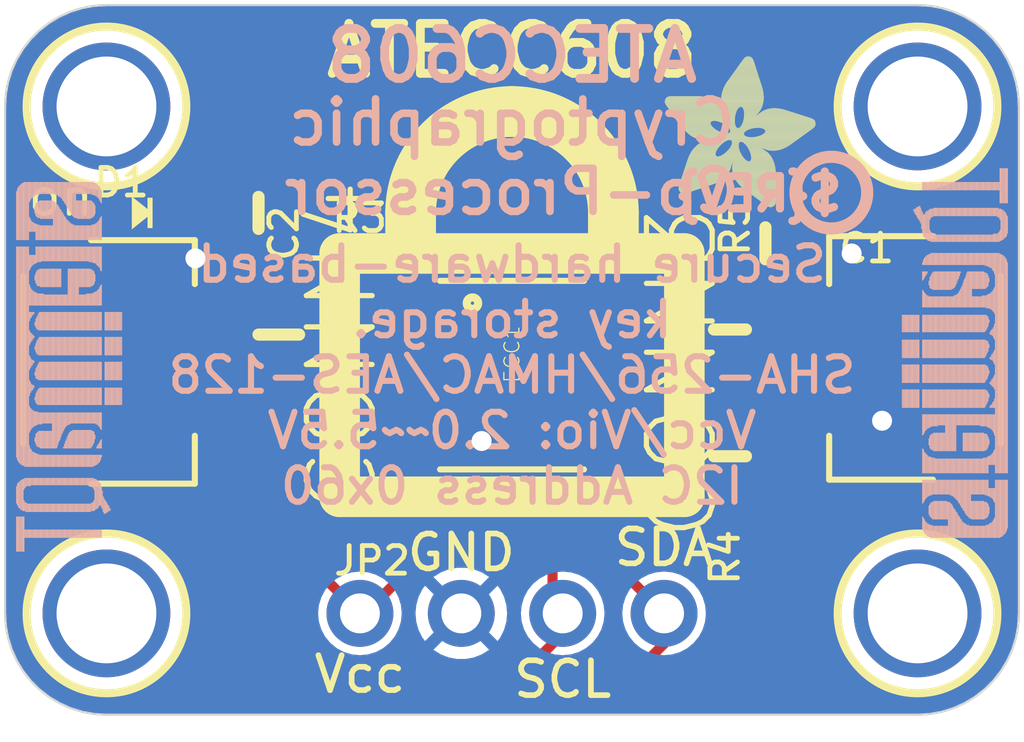
<source format=kicad_pcb>
(kicad_pcb (version 20221018) (generator pcbnew)
  (layers (0 "F.Cu" signal) (31 "B.Cu" signal) (34 "B.Paste" user) (35 "F.Paste" user) (36 "B.SilkS" user "B.Silkscreen") (37 "F.SilkS" user "F.Silkscreen") (38 "B.Mask" user) (39 "F.Mask" user) (44 "Edge.Cuts" user))
  (net 0 "")
  (net 1 "GND")
  (net 2 "SCL")
  (net 3 "SDA")
  (net 4 "VCC")
  (net 5 "N$1")
  (footprint "working:MOUNTINGHOLE_2.5_PLATED" (layer "F.Cu") (at 158.6611 98.6536)
    (fp_text reference "U$12" hide)
    (fp_text value "MOUNTINGHOLE2.5" hide)
    (pad "P$1" thru_hole circle (at 0 0) (size 3.2 3.2) (drill 2.5) (layers "*.Cu" "*.Mask"))
    (zone (net 0) (net_name "") (layer "B.Cu") (connect_pads (clearance 0)) (min_thickness 0.25)
      (keepout (tracks not_allowed) (vias not_allowed) (pads not_allowed) (copperpour not_allowed) (footprints allowed))
      (fill (thermal_gap 0.5) (thermal_bridge_width 0.5))
      (polygon (pts (xy 160.6771 98.6536) (xy 160.65748 98.373027) (xy 160.599004 98.097915) (xy 160.502808 97.833619) (xy 160.370765 97.585283) (xy 160.205446 97.35774) (xy 160.010067 97.15542) (xy 159.788433 96.98226) (xy 159.544856 96.841631) (xy 159.284078 96.73627) (xy 159.011175 96.668228) (xy 158.731457 96.638828) (xy 158.450371 96.648644) (xy 158.173385 96.697484) (xy 157.905893 96.784397) (xy 157.6531 96.907693) (xy 157.419926 97.06497) (xy 157.210911 97.253169) (xy 157.030122 97.468625) (xy 156.881078 97.707145) (xy 156.76668 97.964087) (xy 156.689154 98.23445) (xy 156.650011 98.512971) (xy 156.650011 98.794229) (xy 156.689154 99.07275) (xy 156.76668 99.343113) (xy 156.881078 99.600055) (xy 157.030122 99.838575) (xy 157.210911 100.054031) (xy 157.419926 100.24223) (xy 157.6531 100.399507) (xy 157.905893 100.522803) (xy 158.173385 100.609716) (xy 158.450371 100.658556) (xy 158.731457 100.668372) (xy 159.011175 100.638972) (xy 159.284078 100.57093) (xy 159.544856 100.465569) (xy 159.788433 100.32494) (xy 160.010067 100.15178) (xy 160.205446 99.94946) (xy 160.370765 99.721917) (xy 160.502808 99.473581) (xy 160.599004 99.209285) (xy 160.65748 98.934173)))
      (polygon (pts (xy 158.6451 98.6536) (xy 158.649786 98.664914) (xy 158.6611 98.6696) (xy 158.672414 98.664914) (xy 158.6771 98.6536) (xy 158.672414 98.642286) (xy 158.6611 98.6376) (xy 158.649786 98.642286)))
    )
  )
  (footprint "working:1X04_ROUND" (layer "F.Cu") (at 148.5011 111.3536)
    (fp_text reference "JP2" (at -4.5212 -1.3208) (layer "F.SilkS") (effects (font (size 0.692831 0.692831) (thickness 0.119969)) (justify left)))
    (fp_text value "")
    (pad "1" thru_hole circle (at -3.81 0 90) (size 1.6764 1.6764) (drill 1) (layers "*.Cu" "*.Mask") (net 4 "VCC"))
    (pad "2" thru_hole circle (at -1.27 0 90) (size 1.6764 1.6764) (drill 1) (layers "*.Cu" "*.Mask") (net 1 "GND"))
    (pad "3" thru_hole circle (at 1.27 0 90) (size 1.6764 1.6764) (drill 1) (layers "*.Cu" "*.Mask") (net 2 "SCL"))
    (pad "4" thru_hole circle (at 3.81 0 90) (size 1.6764 1.6764) (drill 1) (layers "*.Cu" "*.Mask") (net 3 "SDA"))
  )
  (footprint "working:ADAFRUIT_3.5MM" (layer "F.Cu") (at 152.3111 101.1936)
    (fp_text reference "U$17" hide)
    (fp_text value "" hide)
  )
  (footprint "working:FIDUCIAL_1MM" (layer "F.Cu") (at 154.8511 110.2995)
    (fp_text reference "FID4" hide)
    (fp_text value "FIDUCIAL_1MM" hide)
    (pad "1" smd roundrect (at 0 0) (size 1 1) (layers "F.Cu" "F.Mask") (roundrect_rratio 0.5))
  )
  (footprint "working:MOUNTINGHOLE_2.5_PLATED" (layer "F.Cu") (at 138.3411 98.6536)
    (fp_text reference "U$11" hide)
    (fp_text value "MOUNTINGHOLE2.5" hide)
    (pad "P$1" thru_hole circle (at 0 0) (size 3.2 3.2) (drill 2.5) (layers "*.Cu" "*.Mask"))
    (zone (net 0) (net_name "") (layer "B.Cu") (connect_pads (clearance 0)) (min_thickness 0.25)
      (keepout (tracks not_allowed) (vias not_allowed) (pads not_allowed) (copperpour not_allowed) (footprints allowed))
      (fill (thermal_gap 0.5) (thermal_bridge_width 0.5))
      (polygon (pts (xy 140.3571 98.6536) (xy 140.33748 98.373027) (xy 140.279004 98.097915) (xy 140.182808 97.833619) (xy 140.050765 97.585283) (xy 139.885446 97.35774) (xy 139.690067 97.15542) (xy 139.468433 96.98226) (xy 139.224856 96.841631) (xy 138.964078 96.73627) (xy 138.691175 96.668228) (xy 138.411457 96.638828) (xy 138.130371 96.648644) (xy 137.853385 96.697484) (xy 137.585893 96.784397) (xy 137.3331 96.907693) (xy 137.099926 97.06497) (xy 136.890911 97.253169) (xy 136.710122 97.468625) (xy 136.561078 97.707145) (xy 136.44668 97.964087) (xy 136.369154 98.23445) (xy 136.330011 98.512971) (xy 136.330011 98.794229) (xy 136.369154 99.07275) (xy 136.44668 99.343113) (xy 136.561078 99.600055) (xy 136.710122 99.838575) (xy 136.890911 100.054031) (xy 137.099926 100.24223) (xy 137.3331 100.399507) (xy 137.585893 100.522803) (xy 137.853385 100.609716) (xy 138.130371 100.658556) (xy 138.411457 100.668372) (xy 138.691175 100.638972) (xy 138.964078 100.57093) (xy 139.224856 100.465569) (xy 139.468433 100.32494) (xy 139.690067 100.15178) (xy 139.885446 99.94946) (xy 140.050765 99.721917) (xy 140.182808 99.473581) (xy 140.279004 99.209285) (xy 140.33748 98.934173)))
      (polygon (pts (xy 138.3251 98.6536) (xy 138.329786 98.664914) (xy 138.3411 98.6696) (xy 138.352414 98.664914) (xy 138.3571 98.6536) (xy 138.352414 98.642286) (xy 138.3411 98.6376) (xy 138.329786 98.642286)))
    )
  )
  (footprint "working:SOIC8" (layer "F.Cu") (at 148.5011 105.3846 -90)
    (fp_text reference "ECC1" (at -1.27 0 90) (layer "F.SilkS") (effects (font (size 0.376489 0.376489) (thickness 0.029911)) (justify right)))
    (fp_text value "ATECC608")
    (pad "1" smd rect (at -1.905 2.6162 270) (size 0.6096 2.2098) (layers "F.Cu" "F.Paste" "F.Mask"))
    (pad "2" smd rect (at -0.635 2.6162 270) (size 0.6096 2.2098) (layers "F.Cu" "F.Paste" "F.Mask"))
    (pad "3" smd rect (at 0.635 2.6162 270) (size 0.6096 2.2098) (layers "F.Cu" "F.Paste" "F.Mask"))
    (pad "4" smd rect (at 1.905 2.6162 270) (size 0.6096 2.2098) (layers "F.Cu" "F.Paste" "F.Mask") (net 1 "GND"))
    (pad "5" smd rect (at 1.905 -2.6162 270) (size 0.6096 2.2098) (layers "F.Cu" "F.Paste" "F.Mask") (net 3 "SDA"))
    (pad "6" smd rect (at 0.635 -2.6162 270) (size 0.6096 2.2098) (layers "F.Cu" "F.Paste" "F.Mask") (net 2 "SCL"))
    (pad "7" smd rect (at -0.635 -2.6162 270) (size 0.6096 2.2098) (layers "F.Cu" "F.Paste" "F.Mask"))
    (pad "8" smd rect (at -1.905 -2.6162 270) (size 0.6096 2.2098) (layers "F.Cu" "F.Paste" "F.Mask") (net 4 "VCC"))
  )
  (footprint "working:0603-NO" (layer "F.Cu") (at 142.1511 101.3206)
    (fp_text reference "R3" (at 1.778 0.127) (layer "F.SilkS") (effects (font (size 0.692831 0.692831) (thickness 0.119969)) (justify left)))
    (fp_text value "4.7K")
    (pad "1" smd rect (at -0.85 0) (size 1.075 1) (layers "F.Cu" "F.Paste" "F.Mask") (net 5 "N$1"))
    (pad "2" smd rect (at 0.85 0) (size 1.075 1) (layers "F.Cu" "F.Paste" "F.Mask") (net 1 "GND"))
  )
  (footprint "working:0603-NO" (layer "F.Cu") (at 153.9621 107.4166 -90)
    (fp_text reference "R4" (at 1.778 0.127 90) (layer "F.SilkS") (effects (font (size 0.692831 0.692831) (thickness 0.119969)) (justify right)))
    (fp_text value "10K")
    (pad "1" smd rect (at -0.85 0 270) (size 1.075 1) (layers "F.Cu" "F.Paste" "F.Mask") (net 3 "SDA"))
    (pad "2" smd rect (at 0.85 0 270) (size 1.075 1) (layers "F.Cu" "F.Paste" "F.Mask") (net 4 "VCC"))
  )
  (footprint "working:0603-NO" (layer "F.Cu") (at 153.9621 104.2416 90)
    (fp_text reference "R5" (at 1.778 0.127 90) (layer "F.SilkS") (effects (font (size 0.692831 0.692831) (thickness 0.119969)) (justify left)))
    (fp_text value "10K")
    (pad "1" smd rect (at -0.85 0 90) (size 1.075 1) (layers "F.Cu" "F.Paste" "F.Mask") (net 2 "SCL"))
    (pad "2" smd rect (at 0.85 0 90) (size 1.075 1) (layers "F.Cu" "F.Paste" "F.Mask") (net 4 "VCC"))
  )
  (footprint "working:MOUNTINGHOLE_2.5_PLATED" (layer "F.Cu") (at 138.3411 111.3536)
    (fp_text reference "U$14" hide)
    (fp_text value "MOUNTINGHOLE2.5" hide)
    (pad "P$1" thru_hole circle (at 0 0) (size 3.2 3.2) (drill 2.5) (layers "*.Cu" "*.Mask"))
    (zone (net 0) (net_name "") (layer "B.Cu") (connect_pads (clearance 0)) (min_thickness 0.25)
      (keepout (tracks not_allowed) (vias not_allowed) (pads not_allowed) (copperpour not_allowed) (footprints allowed))
      (fill (thermal_gap 0.5) (thermal_bridge_width 0.5))
      (polygon (pts (xy 140.3571 111.3536) (xy 140.33748 111.073027) (xy 140.279004 110.797915) (xy 140.182808 110.533619) (xy 140.050765 110.285283) (xy 139.885446 110.05774) (xy 139.690067 109.85542) (xy 139.468433 109.68226) (xy 139.224856 109.541631) (xy 138.964078 109.43627) (xy 138.691175 109.368228) (xy 138.411457 109.338828) (xy 138.130371 109.348644) (xy 137.853385 109.397484) (xy 137.585893 109.484397) (xy 137.3331 109.607693) (xy 137.099926 109.76497) (xy 136.890911 109.953169) (xy 136.710122 110.168625) (xy 136.561078 110.407145) (xy 136.44668 110.664087) (xy 136.369154 110.93445) (xy 136.330011 111.212971) (xy 136.330011 111.494229) (xy 136.369154 111.77275) (xy 136.44668 112.043113) (xy 136.561078 112.300055) (xy 136.710122 112.538575) (xy 136.890911 112.754031) (xy 137.099926 112.94223) (xy 137.3331 113.099507) (xy 137.585893 113.222803) (xy 137.853385 113.309716) (xy 138.130371 113.358556) (xy 138.411457 113.368372) (xy 138.691175 113.338972) (xy 138.964078 113.27093) (xy 139.224856 113.165569) (xy 139.468433 113.02494) (xy 139.690067 112.85178) (xy 139.885446 112.64946) (xy 140.050765 112.421917) (xy 140.182808 112.173581) (xy 140.279004 111.909285) (xy 140.33748 111.634173)))
      (polygon (pts (xy 138.3251 111.3536) (xy 138.329786 111.364914) (xy 138.3411 111.3696) (xy 138.352414 111.364914) (xy 138.3571 111.3536) (xy 138.352414 111.342286) (xy 138.3411 111.3376) (xy 138.329786 111.342286)))
    )
  )
  (footprint "working:0805-NO" (layer "F.Cu") (at 142.6591 104.3686 90)
    (fp_text reference "C2" (at 1.778 0.127 90) (layer "F.SilkS") (effects (font (size 0.692831 0.692831) (thickness 0.119969)) (justify left)))
    (fp_text value "10uF")
    (pad "1" smd rect (at -0.95 0 90) (size 1.24 1.5) (layers "F.Cu" "F.Paste" "F.Mask") (net 4 "VCC"))
    (pad "2" smd rect (at 0.95 0 90) (size 1.24 1.5) (layers "F.Cu" "F.Paste" "F.Mask") (net 1 "GND"))
  )
  (footprint "working:CHIPLED_0603_NOOUTLINE" (layer "F.Cu") (at 139.2301 101.3206 -90)
    (fp_text reference "D1" (at -0.762 1.27) (layer "F.SilkS") (effects (font (size 0.692831 0.692831) (thickness 0.119969)) (justify left)))
    (fp_text value "GREEN")
    (pad "A" smd rect (at 0 0.75 270) (size 0.8 0.8) (layers "F.Cu" "F.Paste" "F.Mask") (net 4 "VCC"))
    (pad "C" smd rect (at 0 -0.75 270) (size 0.8 0.8) (layers "F.Cu" "F.Paste" "F.Mask") (net 5 "N$1"))
  )
  (footprint "working:MOUNTINGHOLE_2.5_PLATED" (layer "F.Cu") (at 158.6611 111.3536)
    (fp_text reference "U$15" hide)
    (fp_text value "MOUNTINGHOLE2.5" hide)
    (pad "P$1" thru_hole circle (at 0 0) (size 3.2 3.2) (drill 2.5) (layers "*.Cu" "*.Mask"))
    (zone (net 0) (net_name "") (layer "B.Cu") (connect_pads (clearance 0)) (min_thickness 0.25)
      (keepout (tracks not_allowed) (vias not_allowed) (pads not_allowed) (copperpour not_allowed) (footprints allowed))
      (fill (thermal_gap 0.5) (thermal_bridge_width 0.5))
      (polygon (pts (xy 160.6771 111.3536) (xy 160.65748 111.073027) (xy 160.599004 110.797915) (xy 160.502808 110.533619) (xy 160.370765 110.285283) (xy 160.205446 110.05774) (xy 160.010067 109.85542) (xy 159.788433 109.68226) (xy 159.544856 109.541631) (xy 159.284078 109.43627) (xy 159.011175 109.368228) (xy 158.731457 109.338828) (xy 158.450371 109.348644) (xy 158.173385 109.397484) (xy 157.905893 109.484397) (xy 157.6531 109.607693) (xy 157.419926 109.76497) (xy 157.210911 109.953169) (xy 157.030122 110.168625) (xy 156.881078 110.407145) (xy 156.76668 110.664087) (xy 156.689154 110.93445) (xy 156.650011 111.212971) (xy 156.650011 111.494229) (xy 156.689154 111.77275) (xy 156.76668 112.043113) (xy 156.881078 112.300055) (xy 157.030122 112.538575) (xy 157.210911 112.754031) (xy 157.419926 112.94223) (xy 157.6531 113.099507) (xy 157.905893 113.222803) (xy 158.173385 113.309716) (xy 158.450371 113.358556) (xy 158.731457 113.368372) (xy 159.011175 113.338972) (xy 159.284078 113.27093) (xy 159.544856 113.165569) (xy 159.788433 113.02494) (xy 160.010067 112.85178) (xy 160.205446 112.64946) (xy 160.370765 112.421917) (xy 160.502808 112.173581) (xy 160.599004 111.909285) (xy 160.65748 111.634173)))
      (polygon (pts (xy 158.6451 111.3536) (xy 158.649786 111.364914) (xy 158.6611 111.3696) (xy 158.672414 111.364914) (xy 158.6771 111.3536) (xy 158.672414 111.342286) (xy 158.6611 111.3376) (xy 158.649786 111.342286)))
    )
  )
  (footprint "working:JST_SH4" (layer "F.Cu") (at 138.3411 105.0036 -90)
    (fp_text reference "CONN4" (at -4.6 -5.9 90) (layer "F.SilkS") (effects (font (size 1.647139 1.647139) (thickness 0.130861)) (justify right)))
    (fp_text value "STEMMA_I2C_QT" hide)
    (pad "1" smd rect (at -1.5 -2.514) (size 1.55 0.6) (layers "F.Cu" "F.Paste" "F.Mask") (net 1 "GND"))
    (pad "2" smd rect (at -0.5 -2.514) (size 1.55 0.6) (layers "F.Cu" "F.Paste" "F.Mask") (net 4 "VCC"))
    (pad "3" smd rect (at 0.5 -2.514) (size 1.55 0.6) (layers "F.Cu" "F.Paste" "F.Mask") (net 3 "SDA"))
    (pad "4" smd rect (at 1.5 -2.514) (size 1.55 0.6) (layers "F.Cu" "F.Paste" "F.Mask") (net 2 "SCL"))
    (pad "MT1" smd rect (at -2.8 1.386) (size 1.8 1.2) (layers "F.Cu" "F.Paste" "F.Mask"))
    (pad "MT2" smd rect (at 2.8 1.386) (size 1.8 1.2) (layers "F.Cu" "F.Paste" "F.Mask"))
  )
  (footprint "working:0603-NO" (layer "F.Cu") (at 154.8511 102.0826)
    (fp_text reference "C1" (at 1.778 0.127) (layer "F.SilkS") (effects (font (size 0.692831 0.692831) (thickness 0.119969)) (justify left)))
    (fp_text value "0.1uF")
    (pad "1" smd rect (at -0.85 0) (size 1.075 1) (layers "F.Cu" "F.Paste" "F.Mask") (net 4 "VCC"))
    (pad "2" smd rect (at 0.85 0) (size 1.075 1) (layers "F.Cu" "F.Paste" "F.Mask") (net 1 "GND"))
  )
  (footprint "working:FIDUCIAL_1MM" (layer "F.Cu") (at 141.8971 99.3521)
    (fp_text reference "FID3" hide)
    (fp_text value "FIDUCIAL_1MM" hide)
    (pad "1" smd roundrect (at 0 0) (size 1 1) (layers "F.Cu" "F.Mask") (roundrect_rratio 0.5))
  )
  (footprint "working:JST_SH4" (layer "F.Cu") (at 158.6611 105.0036 90)
    (fp_text reference "CONN3" (at -4.6 -5.9 90) (layer "F.SilkS") (effects (font (size 1.647139 1.647139) (thickness 0.130861)) (justify left)))
    (fp_text value "STEMMA_I2C_QT" hide)
    (pad "1" smd rect (at -1.5 -2.514 180) (size 1.55 0.6) (layers "F.Cu" "F.Paste" "F.Mask") (net 1 "GND"))
    (pad "2" smd rect (at -0.5 -2.514 180) (size 1.55 0.6) (layers "F.Cu" "F.Paste" "F.Mask") (net 4 "VCC"))
    (pad "3" smd rect (at 0.5 -2.514 180) (size 1.55 0.6) (layers "F.Cu" "F.Paste" "F.Mask") (net 3 "SDA"))
    (pad "4" smd rect (at 1.5 -2.514 180) (size 1.55 0.6) (layers "F.Cu" "F.Paste" "F.Mask") (net 2 "SCL"))
    (pad "MT1" smd rect (at -2.8 1.386 180) (size 1.8 1.2) (layers "F.Cu" "F.Paste" "F.Mask"))
    (pad "MT2" smd rect (at 2.8 1.386 180) (size 1.8 1.2) (layers "F.Cu" "F.Paste" "F.Mask"))
  )
  (footprint "working:STEMMAQT" (layer "B.Cu") (at 138.7221 100.5586 -90)
    (fp_text reference "U$20" hide)
    (fp_text value "" hide)
  )
  (footprint "working:PCBFEAT-REV-040" (layer "B.Cu") (at 156.5021 100.8126 180)
    (fp_text reference "U$18" hide)
    (fp_text value "" hide)
    (fp_text user "${REV}" (at -0.3556 -0.508) (layer "B.SilkS") (effects (font (size 0.8128 0.8128) (thickness 0.2032)) (justify left bottom mirror)))
  )
  (footprint "working:STEMMAQT" (layer "B.Cu") (at 158.2801 109.4486 90)
    (fp_text reference "U$19" hide)
    (fp_text value "" hide)
  )
  (gr_line (start 151.0411 101.3206) (end 151.0411 102.2096) (stroke (width 1.27)) (layer "F.SilkS"))
  (gr_line (start 144.1831 102.3366) (end 152.8191 102.3366) (stroke (width 1.016)) (layer "F.SilkS"))
  (gr_line (start 144.1831 102.4636) (end 144.1831 108.4326) (stroke (width 1.016)) (layer "F.SilkS"))
  (gr_line (start 148.5011 98.7806) (end 148.50364 98.7806) (stroke (width 1.27)) (layer "F.SilkS"))
  (gr_arc (start 148.50364 98.7806) (mid 150.298421 99.525075) (end 151.0411 101.3206) (stroke (width 1.27)) (layer "F.SilkS"))
  (gr_line (start 144.1831 108.4326) (end 152.8191 108.4326) (stroke (width 1.016)) (layer "F.SilkS"))
  (gr_line (start 145.9611 102.0826) (end 145.9611 101.3206) (stroke (width 1.27)) (layer "F.SilkS"))
  (gr_line (start 152.8191 108.4326) (end 152.8191 102.4636) (stroke (width 1.016)) (layer "F.SilkS"))
  (gr_arc (start 145.9611 101.3206) (mid 146.705049 99.524549) (end 148.5011 98.7806) (stroke (width 1.27)) (layer "F.SilkS"))
  (gr_arc (start 158.661099 96.113601) (mid 160.457151 96.857549) (end 161.2011 98.6536) (stroke (width 0.05)) (layer "Edge.Cuts"))
  (gr_line (start 138.3411 96.1136) (end 158.6611 96.1136) (stroke (width 0.05)) (layer "Edge.Cuts"))
  (gr_line (start 135.8011 98.6536) (end 135.8011 111.3536) (stroke (width 0.05)) (layer "Edge.Cuts"))
  (gr_arc (start 135.801099 98.653601) (mid 136.545048 96.857549) (end 138.3411 96.1136) (stroke (width 0.05)) (layer "Edge.Cuts"))
  (gr_arc (start 161.2011 111.3536) (mid 160.457151 113.149651) (end 158.6611 113.8936) (stroke (width 0.05)) (layer "Edge.Cuts"))
  (gr_arc (start 138.3411 113.8936) (mid 136.545049 113.149651) (end 135.8011 111.3536) (stroke (width 0.05)) (layer "Edge.Cuts"))
  (gr_line (start 138.3411 113.8936) (end 158.6611 113.8936) (stroke (width 0.05)) (layer "Edge.Cuts"))
  (gr_line (start 161.2011 111.3536) (end 161.2011 98.6536) (stroke (width 0.05)) (layer "Edge.Cuts"))
  (gr_text "ATECC608" (at 148.5011 97.3836) (layer "B.SilkS") (effects (font (size 1.25222 1.25222) (thickness 0.22098)) (justify mirror)))
  (gr_text "Cryptographic\nCo-Processor" (at 148.5011 99.9236) (layer "B.SilkS") (effects (font (size 1.0795 1.0795) (thickness 0.1905)) (justify mirror)))
  (gr_text "Secure hardware-based\nkey storage.\nSHA-256/HMAC/AES-128\nVcc/Vio: 2.0~~5.5V\nI2C Address 0x60" (at 148.5011 105.3846) (layer "B.SilkS") (effects (font (size 0.8636 0.8636) (thickness 0.1524)) (justify mirror)))
  (gr_text "Vcc" (at 144.6911 112.8776) (layer "F.SilkS") (effects (font (size 0.87376 0.87376) (thickness 0.14224))))
  (gr_text "on" (at 136.3091 101.4476) (layer "F.SilkS") (effects (font (size 0.89408 0.89408) (thickness 0.12192)) (justify left bottom)))
  (gr_text "ATECC608" (at 148.5011 97.2566) (layer "F.SilkS") (effects (font (size 1.25222 1.25222) (thickness 0.22098))))
  (gr_text "SCL" (at 149.7711 113.0046) (layer "F.SilkS") (effects (font (size 0.87376 0.87376) (thickness 0.14224))))
  (gr_text "SDA" (at 152.3111 109.7026) (layer "F.SilkS") (effects (font (size 0.87376 0.87376) (thickness 0.14224))))
  (gr_text "GND" (at 147.2311 109.8296) (layer "F.SilkS") (effects (font (size 0.87376 0.87376) (thickness 0.14224))))
  (segment (start 157.7481 106.5036) (end 157.7721 106.5276) (width 0.254) (layer "F.Cu") (net 1))
  (segment (start 145.8849 107.2896) (end 147.3581 107.2896) (width 0.254) (layer "F.Cu") (net 1))
  (segment (start 142.5741 103.5036) (end 142.6591 103.4186) (width 0.254) (layer "F.Cu") (net 1))
  (segment (start 142.6591 103.4186) (end 142.6591 101.6626) (width 0.254) (layer "F.Cu") (net 1))
  (segment (start 147.6121 107.0356) (end 147.3581 107.2896) (width 0.254) (layer "F.Cu") (net 1))
  (segment (start 142.6591 101.6626) (end 143.0011 101.3206) (width 0.254) (layer "F.Cu") (net 1))
  (segment (start 156.7561 102.0826) (end 157.0101 102.3366) (width 0.254) (layer "F.Cu") (net 1))
  (segment (start 156.7561 102.0826) (end 155.7011 102.0826) (width 0.254) (layer "F.Cu") (net 1))
  (segment (start 155.7011 102.0826) (end 155.7401 102.0826) (width 0.254) (layer "F.Cu") (net 1))
  (segment (start 140.8551 103.5036) (end 142.5741 103.5036) (width 0.254) (layer "F.Cu") (net 1))
  (segment (start 147.7391 107.0356) (end 147.6121 107.0356) (width 0.254) (layer "F.Cu") (net 1))
  (segment (start 140.8551 103.5036) (end 140.8551 102.459193) (width 0.254) (layer "F.Cu") (net 1))
  (segment (start 156.1471 106.5036) (end 157.7481 106.5036) (width 0.254) (layer "F.Cu") (net 1))
  (segment (start 140.8551 102.459193) (end 140.569794 102.459193) (width 0.254) (layer "F.Cu") (net 1))
  (via (at 157.7721 106.5276) (size 0.9064) (drill 0.5) (layers "F.Cu" "B.Cu") (net 1))
  (via (at 157.0101 102.3366) (size 0.9064) (drill 0.5) (layers "F.Cu" "B.Cu") (net 1))
  (via (at 147.7391 107.0356) (size 0.9064) (drill 0.5) (layers "F.Cu" "B.Cu") (net 1))
  (via (at 140.569794 102.459193) (size 0.9064) (drill 0.5) (layers "F.Cu" "B.Cu") (net 1))
  (segment (start 155.4861 103.4796) (end 153.9621 105.0036) (width 0.254) (layer "F.Cu") (net 2))
  (segment (start 151.1173 106.0196) (end 152.526103 106.019596) (width 0.254) (layer "F.Cu") (net 2))
  (segment (start 149.5171 111.0996) (end 149.7711 111.3536) (width 0.254) (layer "F.Cu") (net 2))
  (segment (start 153.3271 105.2186) (end 152.526103 106.019596) (width 0.254) (layer "F.Cu") (net 2))
  (segment (start 156.1231 103.4796) (end 156.1471 103.5036) (width 0.254) (layer "F.Cu") (net 2))
  (segment (start 149.5171 106.6546) (end 149.5171 111.0996) (width 0.254) (layer "F.Cu") (net 2))
  (segment (start 156.1231 103.4796) (end 155.4861 103.4796) (width 0.254) (layer "F.Cu") (net 2))
  (segment (start 144.2085 112.649) (end 148.9837 112.649) (width 0.254) (layer "F.Cu") (net 2))
  (segment (start 149.7711 111.8616) (end 149.7711 111.3536) (width 0.254) (layer "F.Cu") (net 2))
  (segment (start 140.8551 106.5036) (end 140.8551 109.2956) (width 0.254) (layer "F.Cu") (net 2))
  (segment (start 150.1521 106.0196) (end 149.5171 106.6546) (width 0.254) (layer "F.Cu") (net 2))
  (segment (start 148.9837 112.649) (end 149.7711 111.8616) (width 0.254) (layer "F.Cu") (net 2))
  (segment (start 150.1521 106.0196) (end 151.1173 106.0196) (width 0.254) (layer "F.Cu") (net 2))
  (segment (start 153.8351 105.2186) (end 153.3271 105.2186) (width 0.254) (layer "F.Cu") (net 2))
  (segment (start 153.8351 105.2186) (end 153.9621 105.0916) (width 0.254) (layer "F.Cu") (net 2))
  (segment (start 153.9621 105.0036) (end 153.9621 105.0916) (width 0.254) (layer "F.Cu") (net 2))
  (segment (start 140.8551 109.2956) (end 144.2085 112.649) (width 0.254) (layer "F.Cu") (net 2))
  (segment (start 153.8741 106.6546) (end 153.0731 106.6546) (width 0.254) (layer "F.Cu") (net 3))
  (segment (start 140.1271 105.5036) (end 139.4841 106.1466) (width 0.254) (layer "F.Cu") (net 3))
  (segment (start 139.4841 106.1466) (end 139.4841 108.825181) (width 0.254) (layer "F.Cu") (net 3))
  (segment (start 151.1173 110.1598) (end 152.3111 111.3536) (width 0.254) (layer "F.Cu") (net 3))
  (segment (start 151.1173 107.2896) (end 151.1173 110.1598) (width 0.254) (layer "F.Cu") (net 3))
  (segment (start 156.1471 104.5036) (end 155.3511 104.5036) (width 0.254) (layer "F.Cu") (net 3))
  (segment (start 139.4841 108.825181) (end 143.892118 113.2332) (width 0.254) (layer "F.Cu") (net 3))
  (segment (start 143.892118 113.2332) (end 151.1935 113.2332) (width 0.254) (layer "F.Cu") (net 3))
  (segment (start 140.8551 105.5036) (end 140.1271 105.5036) (width 0.254) (layer "F.Cu") (net 3))
  (segment (start 152.3111 112.1156) (end 152.3111 111.3536) (width 0.254) (layer "F.Cu") (net 3))
  (segment (start 153.9621 106.5666) (end 153.8741 106.6546) (width 0.254) (layer "F.Cu") (net 3))
  (segment (start 154.8511 105.0036) (end 154.8511 106.0196) (width 0.254) (layer "F.Cu") (net 3))
  (segment (start 155.3511 104.5036) (end 154.8511 105.0036) (width 0.254) (layer "F.Cu") (net 3))
  (segment (start 151.1935 113.2332) (end 152.3111 112.1156) (width 0.254) (layer "F.Cu") (net 3))
  (segment (start 151.1173 107.2896) (end 152.4381 107.2896) (width 0.254) (layer "F.Cu") (net 3))
  (segment (start 154.8511 106.0196) (end 154.3041 106.5666) (width 0.254) (layer "F.Cu") (net 3))
  (segment (start 152.4381 107.2896) (end 153.0731 106.6546) (width 0.254) (layer "F.Cu") (net 3))
  (segment (start 154.3041 106.5666) (end 153.9621 106.5666) (width 0.254) (layer "F.Cu") (net 3))
  (segment (start 154.5971 101.1936) (end 157.1371 101.1936) (width 0.254) (layer "F.Cu") (net 4))
  (segment (start 153.9621 102.1216) (end 154.0011 102.0826) (width 0.254) (layer "F.Cu") (net 4))
  (segment (start 157.8991 104.8766) (end 157.8991 101.9556) (width 0.254) (layer "F.Cu") (net 4))
  (segment (start 142.3391 105.3186) (end 142.6591 105.3186) (width 0.254) (layer "F.Cu") (net 4))
  (segment (start 140.0001 104.5036) (end 140.8551 104.5036) (width 0.254) (layer "F.Cu") (net 4))
  (segment (start 154.0011 101.7896) (end 154.5971 101.1936) (width 0.254) (layer "F.Cu") (net 4))
  (segment (start 158.6611 107.0356) (end 158.6611 105.7656) (width 0.254) (layer "F.Cu") (net 4))
  (segment (start 143.1671 105.3186) (end 143.1671 109.8296) (width 0.254) (layer "F.Cu") (net 4))
  (segment (start 143.1671 105.3186) (end 142.6591 105.3186) (width 0.254) (layer "F.Cu") (net 4))
  (segment (start 153.3661 102.2096) (end 152.0961 103.4796) (width 0.254) (layer "F.Cu") (net 4))
  (segment (start 150.025096 103.479603) (end 148.6281 104.8766) (width 0.254) (layer "F.Cu") (net 4))
  (segment (start 153.8741 102.2096) (end 153.3661 102.2096) (width 0.254) (layer "F.Cu") (net 4))
  (segment (start 157.2721 105.5036) (end 157.8356 104.9401) (width 0.254) (layer "F.Cu") (net 4))
  (segment (start 140.8551 104.5036) (end 141.5241 104.5036) (width 0.254) (layer "F.Cu") (net 4))
  (segment (start 138.4801 101.3206) (end 139.3571 102.1976) (width 0.254) (layer "F.Cu") (net 4))
  (segment (start 144.6911 111.3536) (end 143.1671 109.8296) (width 0.254) (layer "F.Cu") (net 4))
  (segment (start 157.4301 108.2666) (end 158.6611 107.0356) (width 0.254) (layer "F.Cu") (net 4))
  (segment (start 157.8356 104.9401) (end 157.8991 104.8766) (width 0.254) (layer "F.Cu") (net 4))
  (segment (start 153.8741 102.2096) (end 154.0011 102.0826) (width 0.254) (layer "F.Cu") (net 4))
  (segment (start 153.9621 103.3916) (end 153.9621 102.1216) (width 0.254) (layer "F.Cu") (net 4))
  (segment (start 144.8181 111.3536) (end 144.6911 111.3536) (width 0.254) (layer "F.Cu") (net 4))
  (segment (start 148.6281 104.8766) (end 148.6281 107.5436) (width 0.254) (layer "F.Cu") (net 4))
  (segment (start 157.1371 101.1936) (end 157.8991 101.9556) (width 0.254) (layer "F.Cu") (net 4))
  (segment (start 154.0011 102.0826) (end 154.0011 101.7896) (width 0.254) (layer "F.Cu") (net 4))
  (segment (start 156.1471 105.5036) (end 157.2721 105.5036) (width 0.254) (layer "F.Cu") (net 4))
  (segment (start 158.6611 105.7656) (end 157.8356 104.9401) (width 0.254) (layer "F.Cu") (net 4))
  (segment (start 141.5241 104.5036) (end 142.3391 105.3186) (width 0.254) (layer "F.Cu") (net 4))
  (segment (start 148.6281 107.5436) (end 144.8181 111.3536) (width 0.254) (layer "F.Cu") (net 4))
  (segment (start 153.9621 108.2666) (end 157.4301 108.2666) (width 0.254) (layer "F.Cu") (net 4))
  (segment (start 151.1173 103.4796) (end 152.0961 103.4796) (width 0.254) (layer "F.Cu") (net 4))
  (segment (start 139.3571 103.8606) (end 140.0001 104.5036) (width 0.254) (layer "F.Cu") (net 4))
  (segment (start 151.1173 103.4796) (end 150.025096 103.479603) (width 0.254) (layer "F.Cu") (net 4))
  (segment (start 139.3571 102.1976) (end 139.3571 103.8606) (width 0.254) (layer "F.Cu") (net 4))
  (segment (start 139.9801 101.3206) (end 141.3011 101.3206) (width 0.254) (layer "F.Cu") (net 5))
  (zone (net 1) (net_name "GND") (layer "B.Cu") (priority 6) (connect_pads (clearance 0.000001)) (min_thickness 0.127) (fill yes (thermal_gap 0.304) (thermal_bridge_width 0.304))
    (polygon (pts (xy 161.3281 114.0206) (xy 135.6741 114.0206) (xy 135.6741 95.9866) (xy 161.3281 95.9866)))
  )
)
</source>
